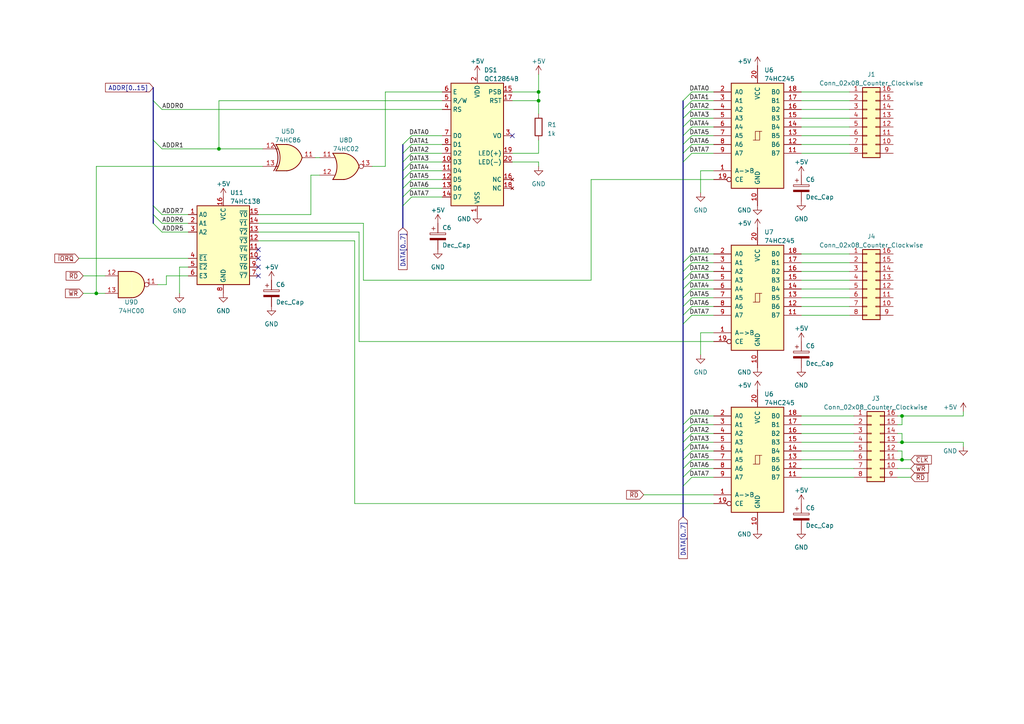
<source format=kicad_sch>
(kicad_sch (version 20230121) (generator eeschema)
  (paper "A4")
  (lib_symbols
    (symbol "74xx:74HC00" (pin_names (offset 1.016))
      (property "Reference" "U" (at 0 1.27 0))
      (property "Value" "74HC00" (at 0 -1.27 0))
      (symbol "74HC00_1_1"
        (arc (start 0 -3.81) (mid 3.7934 0) (end 0 3.81) (stroke (width 0.254)) (fill (type background)))
        (polyline (pts (xy 0 3.81) (xy -3.81 3.81) (xy -3.81 -3.81) (xy 0 -3.81)) (stroke (width 0.254)) (fill (type background)))
        (pin input line (at -7.62 2.54 0) (length 3.81) (name "~") (number "1"))
        (pin input line (at -7.62 -2.54 0) (length 3.81) (name "~") (number "2"))
        (pin output inverted (at 7.62 0 180) (length 3.81) (name "~") (number "3"))
      )
      (symbol "74HC00_1_2"
        (arc (start -3.81 -3.81) (mid -2.589 0) (end -3.81 3.81) (stroke (width 0.254)))
        (arc (start -0.6096 -3.81) (mid 2.1842 -2.5851) (end 3.81 0) (stroke (width 0.254)) (fill (type background)))
        (polyline (pts (xy -3.81 -3.81) (xy -0.635 -3.81)) (stroke (width 0.254)) (fill (type background)))
        (polyline (pts (xy -3.81 3.81) (xy -0.635 3.81)) (stroke (width 0.254)) (fill (type background)))
        (polyline (pts (xy -0.635 3.81) (xy -3.81 3.81) (xy -3.81 3.81) (xy -3.556 3.4036) (xy -3.0226 2.2606) (xy -2.6924 1.0414) (xy -2.6162 -0.254) (xy -2.7686 -1.4986) (xy -3.175 -2.7178) (xy -3.81 -3.81) (xy -3.81 -3.81) (xy -0.635 -3.81)) (stroke (width -25.4)) (fill (type background)))
        (arc (start 3.81 0) (mid 2.1915 2.5936) (end -0.6096 3.81) (stroke (width 0.254)) (fill (type background)))
        (pin input inverted (at -7.62 2.54 0) (length 4.318) (name "~") (number "1"))
        (pin input inverted (at -7.62 -2.54 0) (length 4.318) (name "~") (number "2"))
        (pin output line (at 7.62 0 180) (length 3.81) (name "~") (number "3"))
      )
      (symbol "74HC00_2_1"
        (arc (start 0 -3.81) (mid 3.7934 0) (end 0 3.81) (stroke (width 0.254)) (fill (type background)))
        (polyline (pts (xy 0 3.81) (xy -3.81 3.81) (xy -3.81 -3.81) (xy 0 -3.81)) (stroke (width 0.254)) (fill (type background)))
        (pin input line (at -7.62 2.54 0) (length 3.81) (name "~") (number "4"))
        (pin input line (at -7.62 -2.54 0) (length 3.81) (name "~") (number "5"))
        (pin output inverted (at 7.62 0 180) (length 3.81) (name "~") (number "6"))
      )
      (symbol "74HC00_2_2"
        (arc (start -3.81 -3.81) (mid -2.589 0) (end -3.81 3.81) (stroke (width 0.254)))
        (arc (start -0.6096 -3.81) (mid 2.1842 -2.5851) (end 3.81 0) (stroke (width 0.254)) (fill (type background)))
        (polyline (pts (xy -3.81 -3.81) (xy -0.635 -3.81)) (stroke (width 0.254)) (fill (type background)))
        (polyline (pts (xy -3.81 3.81) (xy -0.635 3.81)) (stroke (width 0.254)) (fill (type background)))
        (polyline (pts (xy -0.635 3.81) (xy -3.81 3.81) (xy -3.81 3.81) (xy -3.556 3.4036) (xy -3.0226 2.2606) (xy -2.6924 1.0414) (xy -2.6162 -0.254) (xy -2.7686 -1.4986) (xy -3.175 -2.7178) (xy -3.81 -3.81) (xy -3.81 -3.81) (xy -0.635 -3.81)) (stroke (width -25.4)) (fill (type background)))
        (arc (start 3.81 0) (mid 2.1915 2.5936) (end -0.6096 3.81) (stroke (width 0.254)) (fill (type background)))
        (pin input inverted (at -7.62 2.54 0) (length 4.318) (name "~") (number "4"))
        (pin input inverted (at -7.62 -2.54 0) (length 4.318) (name "~") (number "5"))
        (pin output line (at 7.62 0 180) (length 3.81) (name "~") (number "6"))
      )
      (symbol "74HC00_3_1"
        (arc (start 0 -3.81) (mid 3.7934 0) (end 0 3.81) (stroke (width 0.254)) (fill (type background)))
        (polyline (pts (xy 0 3.81) (xy -3.81 3.81) (xy -3.81 -3.81) (xy 0 -3.81)) (stroke (width 0.254)) (fill (type background)))
        (pin input line (at -7.62 -2.54 0) (length 3.81) (name "~") (number "10"))
        (pin output inverted (at 7.62 0 180) (length 3.81) (name "~") (number "8"))
        (pin input line (at -7.62 2.54 0) (length 3.81) (name "~") (number "9"))
      )
      (symbol "74HC00_3_2"
        (arc (start -3.81 -3.81) (mid -2.589 0) (end -3.81 3.81) (stroke (width 0.254)))
        (arc (start -0.6096 -3.81) (mid 2.1842 -2.5851) (end 3.81 0) (stroke (width 0.254)) (fill (type background)))
        (polyline (pts (xy -3.81 -3.81) (xy -0.635 -3.81)) (stroke (width 0.254)) (fill (type background)))
        (polyline (pts (xy -3.81 3.81) (xy -0.635 3.81)) (stroke (width 0.254)) (fill (type background)))
        (polyline (pts (xy -0.635 3.81) (xy -3.81 3.81) (xy -3.81 3.81) (xy -3.556 3.4036) (xy -3.0226 2.2606) (xy -2.6924 1.0414) (xy -2.6162 -0.254) (xy -2.7686 -1.4986) (xy -3.175 -2.7178) (xy -3.81 -3.81) (xy -3.81 -3.81) (xy -0.635 -3.81)) (stroke (width -25.4)) (fill (type background)))
        (arc (start 3.81 0) (mid 2.1915 2.5936) (end -0.6096 3.81) (stroke (width 0.254)) (fill (type background)))
        (pin input inverted (at -7.62 -2.54 0) (length 4.318) (name "~") (number "10"))
        (pin output line (at 7.62 0 180) (length 3.81) (name "~") (number "8"))
        (pin input inverted (at -7.62 2.54 0) (length 4.318) (name "~") (number "9"))
      )
      (symbol "74HC00_4_1"
        (arc (start 0 -3.81) (mid 3.7934 0) (end 0 3.81) (stroke (width 0.254)) (fill (type background)))
        (polyline (pts (xy 0 3.81) (xy -3.81 3.81) (xy -3.81 -3.81) (xy 0 -3.81)) (stroke (width 0.254)) (fill (type background)))
        (pin output inverted (at 7.62 0 180) (length 3.81) (name "~") (number "11"))
        (pin input line (at -7.62 2.54 0) (length 3.81) (name "~") (number "12"))
        (pin input line (at -7.62 -2.54 0) (length 3.81) (name "~") (number "13"))
      )
      (symbol "74HC00_4_2"
        (arc (start -3.81 -3.81) (mid -2.589 0) (end -3.81 3.81) (stroke (width 0.254)))
        (arc (start -0.6096 -3.81) (mid 2.1842 -2.5851) (end 3.81 0) (stroke (width 0.254)) (fill (type background)))
        (polyline (pts (xy -3.81 -3.81) (xy -0.635 -3.81)) (stroke (width 0.254)) (fill (type background)))
        (polyline (pts (xy -3.81 3.81) (xy -0.635 3.81)) (stroke (width 0.254)) (fill (type background)))
        (polyline (pts (xy -0.635 3.81) (xy -3.81 3.81) (xy -3.81 3.81) (xy -3.556 3.4036) (xy -3.0226 2.2606) (xy -2.6924 1.0414) (xy -2.6162 -0.254) (xy -2.7686 -1.4986) (xy -3.175 -2.7178) (xy -3.81 -3.81) (xy -3.81 -3.81) (xy -0.635 -3.81)) (stroke (width -25.4)) (fill (type background)))
        (arc (start 3.81 0) (mid 2.1915 2.5936) (end -0.6096 3.81) (stroke (width 0.254)) (fill (type background)))
        (pin output line (at 7.62 0 180) (length 3.81) (name "~") (number "11"))
        (pin input inverted (at -7.62 2.54 0) (length 4.318) (name "~") (number "12"))
        (pin input inverted (at -7.62 -2.54 0) (length 4.318) (name "~") (number "13"))
      )
      (symbol "74HC00_5_0"
        (pin power_in line (at 0 12.7 270) (length 5.08) (name "VCC") (number "14"))
        (pin power_in line (at 0 -12.7 90) (length 5.08) (name "GND") (number "7"))
      )
      (symbol "74HC00_5_1"
        (rectangle (start -5.08 7.62) (end 5.08 -7.62) (stroke (width 0.254)) (fill (type background)))
      )
    )
    (symbol "74xx:74HC02" (pin_names (offset 1.016))
      (property "Reference" "U" (at 0 1.27 0))
      (property "Value" "74HC02" (at 0 -1.27 0))
      (symbol "74HC02_1_1"
        (arc (start -3.81 -3.81) (mid -2.589 0) (end -3.81 3.81) (stroke (width 0.254)))
        (arc (start -0.6096 -3.81) (mid 2.1842 -2.5851) (end 3.81 0) (stroke (width 0.254)) (fill (type background)))
        (polyline (pts (xy -3.81 -3.81) (xy -0.635 -3.81)) (stroke (width 0.254)) (fill (type background)))
        (polyline (pts (xy -3.81 3.81) (xy -0.635 3.81)) (stroke (width 0.254)) (fill (type background)))
        (polyline (pts (xy -0.635 3.81) (xy -3.81 3.81) (xy -3.81 3.81) (xy -3.556 3.4036) (xy -3.0226 2.2606) (xy -2.6924 1.0414) (xy -2.6162 -0.254) (xy -2.7686 -1.4986) (xy -3.175 -2.7178) (xy -3.81 -3.81) (xy -3.81 -3.81) (xy -0.635 -3.81)) (stroke (width -25.4)) (fill (type background)))
        (arc (start 3.81 0) (mid 2.1915 2.5936) (end -0.6096 3.81) (stroke (width 0.254)) (fill (type background)))
        (pin output inverted (at 7.62 0 180) (length 3.81) (name "~") (number "1"))
        (pin input line (at -7.62 2.54 0) (length 4.318) (name "~") (number "2"))
        (pin input line (at -7.62 -2.54 0) (length 4.318) (name "~") (number "3"))
      )
      (symbol "74HC02_1_2"
        (arc (start 0 -3.81) (mid 3.7934 0) (end 0 3.81) (stroke (width 0.254)) (fill (type background)))
        (polyline (pts (xy 0 3.81) (xy -3.81 3.81) (xy -3.81 -3.81) (xy 0 -3.81)) (stroke (width 0.254)) (fill (type background)))
        (pin output line (at 7.62 0 180) (length 3.81) (name "~") (number "1"))
        (pin input inverted (at -7.62 2.54 0) (length 3.81) (name "~") (number "2"))
        (pin input inverted (at -7.62 -2.54 0) (length 3.81) (name "~") (number "3"))
      )
      (symbol "74HC02_2_1"
        (arc (start -3.81 -3.81) (mid -2.589 0) (end -3.81 3.81) (stroke (width 0.254)))
        (arc (start -0.6096 -3.81) (mid 2.1842 -2.5851) (end 3.81 0) (stroke (width 0.254)) (fill (type background)))
        (polyline (pts (xy -3.81 -3.81) (xy -0.635 -3.81)) (stroke (width 0.254)) (fill (type background)))
        (polyline (pts (xy -3.81 3.81) (xy -0.635 3.81)) (stroke (width 0.254)) (fill (type background)))
        (polyline (pts (xy -0.635 3.81) (xy -3.81 3.81) (xy -3.81 3.81) (xy -3.556 3.4036) (xy -3.0226 2.2606) (xy -2.6924 1.0414) (xy -2.6162 -0.254) (xy -2.7686 -1.4986) (xy -3.175 -2.7178) (xy -3.81 -3.81) (xy -3.81 -3.81) (xy -0.635 -3.81)) (stroke (width -25.4)) (fill (type background)))
        (arc (start 3.81 0) (mid 2.1915 2.5936) (end -0.6096 3.81) (stroke (width 0.254)) (fill (type background)))
        (pin output inverted (at 7.62 0 180) (length 3.81) (name "~") (number "4"))
        (pin input line (at -7.62 2.54 0) (length 4.318) (name "~") (number "5"))
        (pin input line (at -7.62 -2.54 0) (length 4.318) (name "~") (number "6"))
      )
      (symbol "74HC02_2_2"
        (arc (start 0 -3.81) (mid 3.7934 0) (end 0 3.81) (stroke (width 0.254)) (fill (type background)))
        (polyline (pts (xy 0 3.81) (xy -3.81 3.81) (xy -3.81 -3.81) (xy 0 -3.81)) (stroke (width 0.254)) (fill (type background)))
        (pin output line (at 7.62 0 180) (length 3.81) (name "~") (number "4"))
        (pin input inverted (at -7.62 2.54 0) (length 3.81) (name "~") (number "5"))
        (pin input inverted (at -7.62 -2.54 0) (length 3.81) (name "~") (number "6"))
      )
      (symbol "74HC02_3_1"
        (arc (start -3.81 -3.81) (mid -2.589 0) (end -3.81 3.81) (stroke (width 0.254)))
        (arc (start -0.6096 -3.81) (mid 2.1842 -2.5851) (end 3.81 0) (stroke (width 0.254)) (fill (type background)))
        (polyline (pts (xy -3.81 -3.81) (xy -0.635 -3.81)) (stroke (width 0.254)) (fill (type background)))
        (polyline (pts (xy -3.81 3.81) (xy -0.635 3.81)) (stroke (width 0.254)) (fill (type background)))
        (polyline (pts (xy -0.635 3.81) (xy -3.81 3.81) (xy -3.81 3.81) (xy -3.556 3.4036) (xy -3.0226 2.2606) (xy -2.6924 1.0414) (xy -2.6162 -0.254) (xy -2.7686 -1.4986) (xy -3.175 -2.7178) (xy -3.81 -3.81) (xy -3.81 -3.81) (xy -0.635 -3.81)) (stroke (width -25.4)) (fill (type background)))
        (arc (start 3.81 0) (mid 2.1915 2.5936) (end -0.6096 3.81) (stroke (width 0.254)) (fill (type background)))
        (pin output inverted (at 7.62 0 180) (length 3.81) (name "~") (number "10"))
        (pin input line (at -7.62 2.54 0) (length 4.318) (name "~") (number "8"))
        (pin input line (at -7.62 -2.54 0) (length 4.318) (name "~") (number "9"))
      )
      (symbol "74HC02_3_2"
        (arc (start 0 -3.81) (mid 3.7934 0) (end 0 3.81) (stroke (width 0.254)) (fill (type background)))
        (polyline (pts (xy 0 3.81) (xy -3.81 3.81) (xy -3.81 -3.81) (xy 0 -3.81)) (stroke (width 0.254)) (fill (type background)))
        (pin output line (at 7.62 0 180) (length 3.81) (name "~") (number "10"))
        (pin input inverted (at -7.62 2.54 0) (length 3.81) (name "~") (number "8"))
        (pin input inverted (at -7.62 -2.54 0) (length 3.81) (name "~") (number "9"))
      )
      (symbol "74HC02_4_1"
        (arc (start -3.81 -3.81) (mid -2.589 0) (end -3.81 3.81) (stroke (width 0.254)))
        (arc (start -0.6096 -3.81) (mid 2.1842 -2.5851) (end 3.81 0) (stroke (width 0.254)) (fill (type background)))
        (polyline (pts (xy -3.81 -3.81) (xy -0.635 -3.81)) (stroke (width 0.254)) (fill (type background)))
        (polyline (pts (xy -3.81 3.81) (xy -0.635 3.81)) (stroke (width 0.254)) (fill (type background)))
        (polyline (pts (xy -0.635 3.81) (xy -3.81 3.81) (xy -3.81 3.81) (xy -3.556 3.4036) (xy -3.0226 2.2606) (xy -2.6924 1.0414) (xy -2.6162 -0.254) (xy -2.7686 -1.4986) (xy -3.175 -2.7178) (xy -3.81 -3.81) (xy -3.81 -3.81) (xy -0.635 -3.81)) (stroke (width -25.4)) (fill (type background)))
        (arc (start 3.81 0) (mid 2.1915 2.5936) (end -0.6096 3.81) (stroke (width 0.254)) (fill (type background)))
        (pin input line (at -7.62 2.54 0) (length 4.318) (name "~") (number "11"))
        (pin input line (at -7.62 -2.54 0) (length 4.318) (name "~") (number "12"))
        (pin output inverted (at 7.62 0 180) (length 3.81) (name "~") (number "13"))
      )
      (symbol "74HC02_4_2"
        (arc (start 0 -3.81) (mid 3.7934 0) (end 0 3.81) (stroke (width 0.254)) (fill (type background)))
        (polyline (pts (xy 0 3.81) (xy -3.81 3.81) (xy -3.81 -3.81) (xy 0 -3.81)) (stroke (width 0.254)) (fill (type background)))
        (pin input inverted (at -7.62 2.54 0) (length 3.81) (name "~") (number "11"))
        (pin input inverted (at -7.62 -2.54 0) (length 3.81) (name "~") (number "12"))
        (pin output line (at 7.62 0 180) (length 3.81) (name "~") (number "13"))
      )
      (symbol "74HC02_5_0"
        (pin power_in line (at 0 12.7 270) (length 5.08) (name "VCC") (number "14"))
        (pin power_in line (at 0 -12.7 90) (length 5.08) (name "GND") (number "7"))
      )
      (symbol "74HC02_5_1"
        (rectangle (start -5.08 7.62) (end 5.08 -7.62) (stroke (width 0.254)) (fill (type background)))
      )
    )
    (symbol "74xx:74HC245" (pin_names (offset 1.016))
      (property "Reference" "U" (at -7.62 16.51 0))
      (property "Value" "74HC245" (at -7.62 -16.51 0))
      (symbol "74HC245_1_0"
        (polyline (pts (xy -0.635 -1.27) (xy -0.635 1.27) (xy 0.635 1.27)))
        (polyline (pts (xy -1.27 -1.27) (xy 0.635 -1.27) (xy 0.635 1.27) (xy 1.27 1.27)))
        (pin input line (at -12.7 -10.16 0) (length 5.08) (name "A->B") (number "1"))
        (pin power_in line (at 0 -20.32 90) (length 5.08) (name "GND") (number "10"))
        (pin tri_state line (at 12.7 -5.08 180) (length 5.08) (name "B7") (number "11"))
        (pin tri_state line (at 12.7 -2.54 180) (length 5.08) (name "B6") (number "12"))
        (pin tri_state line (at 12.7 0 180) (length 5.08) (name "B5") (number "13"))
        (pin tri_state line (at 12.7 2.54 180) (length 5.08) (name "B4") (number "14"))
        (pin tri_state line (at 12.7 5.08 180) (length 5.08) (name "B3") (number "15"))
        (pin tri_state line (at 12.7 7.62 180) (length 5.08) (name "B2") (number "16"))
        (pin tri_state line (at 12.7 10.16 180) (length 5.08) (name "B1") (number "17"))
        (pin tri_state line (at 12.7 12.7 180) (length 5.08) (name "B0") (number "18"))
        (pin input inverted (at -12.7 -12.7 0) (length 5.08) (name "CE") (number "19"))
        (pin tri_state line (at -12.7 12.7 0) (length 5.08) (name "A0") (number "2"))
        (pin power_in line (at 0 20.32 270) (length 5.08) (name "VCC") (number "20"))
        (pin tri_state line (at -12.7 10.16 0) (length 5.08) (name "A1") (number "3"))
        (pin tri_state line (at -12.7 7.62 0) (length 5.08) (name "A2") (number "4"))
        (pin tri_state line (at -12.7 5.08 0) (length 5.08) (name "A3") (number "5"))
        (pin tri_state line (at -12.7 2.54 0) (length 5.08) (name "A4") (number "6"))
        (pin tri_state line (at -12.7 0 0) (length 5.08) (name "A5") (number "7"))
        (pin tri_state line (at -12.7 -2.54 0) (length 5.08) (name "A6") (number "8"))
        (pin tri_state line (at -12.7 -5.08 0) (length 5.08) (name "A7") (number "9"))
      )
      (symbol "74HC245_1_1"
        (rectangle (start -7.62 15.24) (end 7.62 -15.24) (stroke (width 0.254)) (fill (type background)))
      )
    )
    (symbol "74xx:74HC86" (pin_names (offset 1.016))
      (property "Reference" "U" (at 0 1.27 0))
      (property "Value" "74HC86" (at 0 -1.27 0))
      (symbol "74HC86_1_0"
        (arc (start -4.4196 -3.81) (mid -3.2033 0) (end -4.4196 3.81) (stroke (width 0.254)))
        (arc (start -3.81 -3.81) (mid -2.589 0) (end -3.81 3.81) (stroke (width 0.254)))
        (arc (start -0.6096 -3.81) (mid 2.1842 -2.5851) (end 3.81 0) (stroke (width 0.254)) (fill (type background)))
        (polyline (pts (xy -3.81 -3.81) (xy -0.635 -3.81)) (stroke (width 0.254)) (fill (type background)))
        (polyline (pts (xy -3.81 3.81) (xy -0.635 3.81)) (stroke (width 0.254)) (fill (type background)))
        (polyline (pts (xy -0.635 3.81) (xy -3.81 3.81) (xy -3.81 3.81) (xy -3.556 3.4036) (xy -3.0226 2.2606) (xy -2.6924 1.0414) (xy -2.6162 -0.254) (xy -2.7686 -1.4986) (xy -3.175 -2.7178) (xy -3.81 -3.81) (xy -3.81 -3.81) (xy -0.635 -3.81)) (stroke (width -25.4)) (fill (type background)))
        (arc (start 3.81 0) (mid 2.1915 2.5936) (end -0.6096 3.81) (stroke (width 0.254)) (fill (type background)))
        (pin input line (at -7.62 2.54 0) (length 4.445) (name "~") (number "1"))
        (pin input line (at -7.62 -2.54 0) (length 4.445) (name "~") (number "2"))
        (pin output line (at 7.62 0 180) (length 3.81) (name "~") (number "3"))
      )
      (symbol "74HC86_1_1"
        (polyline (pts (xy -3.81 -2.54) (xy -3.175 -2.54)) (stroke (width 0.1524)))
        (polyline (pts (xy -3.81 2.54) (xy -3.175 2.54)) (stroke (width 0.1524)))
      )
      (symbol "74HC86_2_0"
        (arc (start -4.4196 -3.81) (mid -3.2033 0) (end -4.4196 3.81) (stroke (width 0.254)))
        (arc (start -3.81 -3.81) (mid -2.589 0) (end -3.81 3.81) (stroke (width 0.254)))
        (arc (start -0.6096 -3.81) (mid 2.1842 -2.5851) (end 3.81 0) (stroke (width 0.254)) (fill (type background)))
        (polyline (pts (xy -3.81 -3.81) (xy -0.635 -3.81)) (stroke (width 0.254)) (fill (type background)))
        (polyline (pts (xy -3.81 3.81) (xy -0.635 3.81)) (stroke (width 0.254)) (fill (type background)))
        (polyline (pts (xy -0.635 3.81) (xy -3.81 3.81) (xy -3.81 3.81) (xy -3.556 3.4036) (xy -3.0226 2.2606) (xy -2.6924 1.0414) (xy -2.6162 -0.254) (xy -2.7686 -1.4986) (xy -3.175 -2.7178) (xy -3.81 -3.81) (xy -3.81 -3.81) (xy -0.635 -3.81)) (stroke (width -25.4)) (fill (type background)))
        (arc (start 3.81 0) (mid 2.1915 2.5936) (end -0.6096 3.81) (stroke (width 0.254)) (fill (type background)))
        (pin input line (at -7.62 2.54 0) (length 4.445) (name "~") (number "4"))
        (pin input line (at -7.62 -2.54 0) (length 4.445) (name "~") (number "5"))
        (pin output line (at 7.62 0 180) (length 3.81) (name "~") (number "6"))
      )
      (symbol "74HC86_2_1"
        (polyline (pts (xy -3.81 -2.54) (xy -3.175 -2.54)) (stroke (width 0.1524)))
        (polyline (pts (xy -3.81 2.54) (xy -3.175 2.54)) (stroke (width 0.1524)))
      )
      (symbol "74HC86_3_0"
        (arc (start -4.4196 -3.81) (mid -3.2033 0) (end -4.4196 3.81) (stroke (width 0.254)))
        (arc (start -3.81 -3.81) (mid -2.589 0) (end -3.81 3.81) (stroke (width 0.254)))
        (arc (start -0.6096 -3.81) (mid 2.1842 -2.5851) (end 3.81 0) (stroke (width 0.254)) (fill (type background)))
        (polyline (pts (xy -3.81 -3.81) (xy -0.635 -3.81)) (stroke (width 0.254)) (fill (type background)))
        (polyline (pts (xy -3.81 3.81) (xy -0.635 3.81)) (stroke (width 0.254)) (fill (type background)))
        (polyline (pts (xy -0.635 3.81) (xy -3.81 3.81) (xy -3.81 3.81) (xy -3.556 3.4036) (xy -3.0226 2.2606) (xy -2.6924 1.0414) (xy -2.6162 -0.254) (xy -2.7686 -1.4986) (xy -3.175 -2.7178) (xy -3.81 -3.81) (xy -3.81 -3.81) (xy -0.635 -3.81)) (stroke (width -25.4)) (fill (type background)))
        (arc (start 3.81 0) (mid 2.1915 2.5936) (end -0.6096 3.81) (stroke (width 0.254)) (fill (type background)))
        (pin input line (at -7.62 -2.54 0) (length 4.445) (name "~") (number "10"))
        (pin output line (at 7.62 0 180) (length 3.81) (name "~") (number "8"))
        (pin input line (at -7.62 2.54 0) (length 4.445) (name "~") (number "9"))
      )
      (symbol "74HC86_3_1"
        (polyline (pts (xy -3.81 -2.54) (xy -3.175 -2.54)) (stroke (width 0.1524)))
        (polyline (pts (xy -3.81 2.54) (xy -3.175 2.54)) (stroke (width 0.1524)))
      )
      (symbol "74HC86_4_0"
        (arc (start -4.4196 -3.81) (mid -3.2033 0) (end -4.4196 3.81) (stroke (width 0.254)))
        (arc (start -3.81 -3.81) (mid -2.589 0) (end -3.81 3.81) (stroke (width 0.254)))
        (arc (start -0.6096 -3.81) (mid 2.1842 -2.5851) (end 3.81 0) (stroke (width 0.254)) (fill (type background)))
        (polyline (pts (xy -3.81 -3.81) (xy -0.635 -3.81)) (stroke (width 0.254)) (fill (type background)))
        (polyline (pts (xy -3.81 3.81) (xy -0.635 3.81)) (stroke (width 0.254)) (fill (type background)))
        (polyline (pts (xy -0.635 3.81) (xy -3.81 3.81) (xy -3.81 3.81) (xy -3.556 3.4036) (xy -3.0226 2.2606) (xy -2.6924 1.0414) (xy -2.6162 -0.254) (xy -2.7686 -1.4986) (xy -3.175 -2.7178) (xy -3.81 -3.81) (xy -3.81 -3.81) (xy -0.635 -3.81)) (stroke (width -25.4)) (fill (type background)))
        (arc (start 3.81 0) (mid 2.1915 2.5936) (end -0.6096 3.81) (stroke (width 0.254)) (fill (type background)))
        (pin output line (at 7.62 0 180) (length 3.81) (name "~") (number "11"))
        (pin input line (at -7.62 2.54 0) (length 4.445) (name "~") (number "12"))
        (pin input line (at -7.62 -2.54 0) (length 4.445) (name "~") (number "13"))
      )
      (symbol "74HC86_4_1"
        (polyline (pts (xy -3.81 -2.54) (xy -3.175 -2.54)) (stroke (width 0.1524)))
        (polyline (pts (xy -3.81 2.54) (xy -3.175 2.54)) (stroke (width 0.1524)))
      )
      (symbol "74HC86_5_0"
        (pin power_in line (at 0 12.7 270) (length 5.08) (name "VCC") (number "14"))
        (pin power_in line (at 0 -12.7 90) (length 5.08) (name "GND") (number "7"))
      )
      (symbol "74HC86_5_1"
        (rectangle (start -5.08 7.62) (end 5.08 -7.62) (stroke (width 0.254)) (fill (type background)))
      )
    )
    (symbol "Connector_Generic:Conn_02x08_Counter_Clockwise" (pin_names (offset 1.016) hide)
      (property "Reference" "J" (at 1.27 10.16 0))
      (property "Value" "Conn_02x08_Counter_Clockwise" (at 1.27 -12.7 0))
      (symbol "Conn_02x08_Counter_Clockwise_1_1"
        (rectangle (start -1.27 -10.033) (end 0 -10.287) (stroke (width 0.1524)))
        (rectangle (start -1.27 -7.493) (end 0 -7.747) (stroke (width 0.1524)))
        (rectangle (start -1.27 -4.953) (end 0 -5.207) (stroke (width 0.1524)))
        (rectangle (start -1.27 -2.413) (end 0 -2.667) (stroke (width 0.1524)))
        (rectangle (start -1.27 0.127) (end 0 -0.127) (stroke (width 0.1524)))
        (rectangle (start -1.27 2.667) (end 0 2.413) (stroke (width 0.1524)))
        (rectangle (start -1.27 5.207) (end 0 4.953) (stroke (width 0.1524)))
        (rectangle (start -1.27 7.747) (end 0 7.493) (stroke (width 0.1524)))
        (rectangle (start -1.27 8.89) (end 3.81 -11.43) (stroke (width 0.254)) (fill (type background)))
        (rectangle (start 3.81 -10.033) (end 2.54 -10.287) (stroke (width 0.1524)))
        (rectangle (start 3.81 -7.493) (end 2.54 -7.747) (stroke (width 0.1524)))
        (rectangle (start 3.81 -4.953) (end 2.54 -5.207) (stroke (width 0.1524)))
        (rectangle (start 3.81 -2.413) (end 2.54 -2.667) (stroke (width 0.1524)))
        (rectangle (start 3.81 0.127) (end 2.54 -0.127) (stroke (width 0.1524)))
        (rectangle (start 3.81 2.667) (end 2.54 2.413) (stroke (width 0.1524)))
        (rectangle (start 3.81 5.207) (end 2.54 4.953) (stroke (width 0.1524)))
        (rectangle (start 3.81 7.747) (end 2.54 7.493) (stroke (width 0.1524)))
        (pin passive line (at -5.08 7.62 0) (length 3.81) (name "Pin_1") (number "1"))
        (pin passive line (at 7.62 -7.62 180) (length 3.81) (name "Pin_10") (number "10"))
        (pin passive line (at 7.62 -5.08 180) (length 3.81) (name "Pin_11") (number "11"))
        (pin passive line (at 7.62 -2.54 180) (length 3.81) (name "Pin_12") (number "12"))
        (pin passive line (at 7.62 0 180) (length 3.81) (name "Pin_13") (number "13"))
        (pin passive line (at 7.62 2.54 180) (length 3.81) (name "Pin_14") (number "14"))
        (pin passive line (at 7.62 5.08 180) (length 3.81) (name "Pin_15") (number "15"))
        (pin passive line (at 7.62 7.62 180) (length 3.81) (name "Pin_16") (number "16"))
        (pin passive line (at -5.08 5.08 0) (length 3.81) (name "Pin_2") (number "2"))
        (pin passive line (at -5.08 2.54 0) (length 3.81) (name "Pin_3") (number "3"))
        (pin passive line (at -5.08 0 0) (length 3.81) (name "Pin_4") (number "4"))
        (pin passive line (at -5.08 -2.54 0) (length 3.81) (name "Pin_5") (number "5"))
        (pin passive line (at -5.08 -5.08 0) (length 3.81) (name "Pin_6") (number "6"))
        (pin passive line (at -5.08 -7.62 0) (length 3.81) (name "Pin_7") (number "7"))
        (pin passive line (at -5.08 -10.16 0) (length 3.81) (name "Pin_8") (number "8"))
        (pin passive line (at 7.62 -10.16 180) (length 3.81) (name "Pin_9") (number "9"))
      )
    )
    (symbol "power:+5V" (power) (pin_names (offset 0))
      (property "Value" "+5V" (at 0 3.556 0))
      (symbol "+5V_0_1"
        (polyline (pts (xy -0.762 1.27) (xy 0 2.54)))
        (polyline (pts (xy 0 0) (xy 0 2.54)))
        (polyline (pts (xy 0 2.54) (xy 0.762 1.27)))
      )
      (symbol "+5V_1_1"
        (pin power_in line (at 0 0 90) (length 0) hide (name "+5V") (number "1"))
      )
    )
    (symbol "power:GND" (power) (pin_names (offset 0))
      (property "Value" "GND" (at 0 -3.81 0))
      (symbol "GND_0_1"
        (polyline (pts (xy 0 0) (xy 0 -1.27) (xy 1.27 -1.27) (xy 0 -2.54) (xy -1.27 -1.27) (xy 0 -1.27)))
      )
      (symbol "GND_1_1"
        (pin power_in line (at 0 0 270) (length 0) hide (name "GND") (number "1"))
      )
    )
    (symbol "z80mgc:74HC138"
      (property "Reference" "U" (at -7.62 13.97 0))
      (property "Value" "74HC138" (at 2.54 -11.43 0))
      (symbol "74HC138_0_1"
        (rectangle (start -7.62 12.7) (end 7.62 -10.16) (stroke (width 0.254)) (fill (type background)))
      )
      (symbol "74HC138_1_1"
        (pin input line (at -10.16 10.16 0) (length 2.54) (name "A0") (number "1"))
        (pin output line (at 10.16 -2.54 180) (length 2.54) (name "~{Y5}") (number "10"))
        (pin output line (at 10.16 0 180) (length 2.54) (name "~{Y4}") (number "11"))
        (pin output line (at 10.16 2.54 180) (length 2.54) (name "~{Y3}") (number "12"))
        (pin output line (at 10.16 5.08 180) (length 2.54) (name "~{Y2}") (number "13"))
        (pin output line (at 10.16 7.62 180) (length 2.54) (name "~{Y1}") (number "14"))
        (pin output line (at 10.16 10.16 180) (length 2.54) (name "~{Y0}") (number "15"))
        (pin power_in line (at 0 15.24 270) (length 2.54) (name "VCC") (number "16"))
        (pin input line (at -10.16 7.62 0) (length 2.54) (name "A1") (number "2"))
        (pin input line (at -10.16 5.08 0) (length 2.54) (name "A2") (number "3"))
        (pin input line (at -10.16 -2.54 0) (length 2.54) (name "~{E1}") (number "4"))
        (pin input line (at -10.16 -5.08 0) (length 2.54) (name "~{E2}") (number "5"))
        (pin input line (at -10.16 -7.62 0) (length 2.54) (name "E3") (number "6"))
        (pin output line (at 10.16 -7.62 180) (length 2.54) (name "~{Y7}") (number "7"))
        (pin power_in line (at 0 -12.7 90) (length 2.54) (name "GND") (number "8"))
        (pin output line (at 10.16 -5.08 180) (length 2.54) (name "~{Y6}") (number "9"))
      )
    )
    (symbol "z80mgc:Dec_Cap" (pin_numbers hide) (pin_names (offset 0.254))
      (property "Reference" "C" (at 0.635 2.54 0))
      (property "Value" "Dec_Cap" (at 0.635 -2.54 0))
      (symbol "Dec_Cap_0_1"
        (rectangle (start -2.286 -0.508) (end 2.286 -1.016) (fill (type outline)))
        (rectangle (start -2.286 0.508) (end 2.286 1.016))
        (polyline (pts (xy -1.778 2.286) (xy -0.762 2.286)))
        (polyline (pts (xy -1.27 2.794) (xy -1.27 1.778)))
      )
      (symbol "Dec_Cap_1_1"
        (pin passive line (at 0 3.81 270) (length 2.794) (name "~") (number "1"))
        (pin passive line (at 0 -3.81 90) (length 2.794) (name "~") (number "2"))
      )
    )
    (symbol "z80mgc:QC12864B"
      (property "Reference" "DS" (at -5.842 19.05 0))
      (property "Value" "QC12864B" (at 5.334 19.05 0))
      (symbol "QC12864B_1_0"
        (pin input line (at 10.16 15.24 180) (length 2.54) (name "PSB") (number "15"))
        (pin no_connect line (at 10.16 -10.16 180) (length 2.54) (name "NC") (number "16"))
        (pin input line (at 10.16 12.7 180) (length 2.54) (name "RST") (number "17"))
        (pin no_connect line (at 10.16 -12.7 180) (length 2.54) (name "NC") (number "18"))
      )
      (symbol "QC12864B_1_1"
        (rectangle (start -7.62 17.78) (end 7.62 -17.78) (stroke (width 0.254)) (fill (type background)))
        (pin power_in line (at 0 -20.32 90) (length 2.54) (name "VSS") (number "1"))
        (pin input line (at -10.16 -5.08 0) (length 2.54) (name "D3") (number "10"))
        (pin input line (at -10.16 -7.62 0) (length 2.54) (name "D4") (number "11"))
        (pin input line (at -10.16 -10.16 0) (length 2.54) (name "D5") (number "12"))
        (pin input line (at -10.16 -12.7 0) (length 2.54) (name "D6") (number "13"))
        (pin input line (at -10.16 -15.24 0) (length 2.54) (name "D7") (number "14"))
        (pin power_in line (at 10.16 -2.54 180) (length 2.54) (name "LED(+)") (number "19"))
        (pin power_in line (at 0 20.32 270) (length 2.54) (name "VDD") (number "2"))
        (pin power_in line (at 10.16 -5.08 180) (length 2.54) (name "LED(-)") (number "20"))
        (pin input line (at 10.16 2.54 180) (length 2.54) (name "VO") (number "3"))
        (pin input line (at -10.16 10.16 0) (length 2.54) (name "RS") (number "4"))
        (pin input line (at -10.16 12.7 0) (length 2.54) (name "R/W") (number "5"))
        (pin input line (at -10.16 15.24 0) (length 2.54) (name "E") (number "6"))
        (pin input line (at -10.16 2.54 0) (length 2.54) (name "D0") (number "7"))
        (pin input line (at -10.16 0 0) (length 2.54) (name "D1") (number "8"))
        (pin input line (at -10.16 -2.54 0) (length 2.54) (name "D2") (number "9"))
      )
    )
    (symbol "z80mgc:Resistor" (pin_numbers hide) (pin_names (offset 0))
      (property "Reference" "R" (at 2.032 0 90))
      (property "Value" "Resistor" (at 0 0 90))
      (symbol "Resistor_0_1"
        (rectangle (start -1.016 -2.54) (end 1.016 2.54) (stroke (width 0.254)))
      )
      (symbol "Resistor_1_1"
        (pin passive line (at 0 3.81 270) (length 1.27) (name "~") (number "1"))
        (pin passive line (at 0 -3.81 90) (length 1.27) (name "~") (number "2"))
      )
    )
  )
  (junction (at 261.62 120.65))
  (junction (at 63.5 43.18))
  (junction (at 156.21 29.21))
  (junction (at 156.21 26.67))
  (junction (at 261.62 128.27))
  (junction (at 27.94 85.09))
  (junction (at 261.62 133.35))
  (no_connect (at 74.93 80.01))
  (no_connect (at 74.93 77.47))
  (no_connect (at 74.93 74.93))
  (no_connect (at 148.59 39.37))
  (no_connect (at 74.93 72.39))
  (bus_entry (at 200.66 73.66) (size -2.54 2.54))
  (bus_entry (at 200.66 26.67) (size -2.54 2.54))
  (bus_entry (at 119.38 54.61) (size -2.54 2.54))
  (bus_entry (at 119.38 44.45) (size -2.54 2.54))
  (bus_entry (at 200.66 41.91) (size -2.54 2.54))
  (bus_entry (at 200.66 91.44) (size -2.54 2.54))
  (bus_entry (at 119.38 41.91) (size -2.54 2.54))
  (bus_entry (at 200.66 36.83) (size -2.54 2.54))
  (bus_entry (at 200.66 138.43) (size -2.54 2.54))
  (bus_entry (at 119.38 46.99) (size -2.54 2.54))
  (bus_entry (at 200.66 125.73) (size -2.54 2.54))
  (bus_entry (at 200.66 31.75) (size -2.54 2.54))
  (bus_entry (at 200.66 130.81) (size -2.54 2.54))
  (bus_entry (at 200.66 78.74) (size -2.54 2.54))
  (bus_entry (at 119.38 39.37) (size -2.54 2.54))
  (bus_entry (at 200.66 88.9) (size -2.54 2.54))
  (bus_entry (at 44.45 62.23) (size 2.54 2.54))
  (bus_entry (at 200.66 86.36) (size -2.54 2.54))
  (bus_entry (at 44.45 59.69) (size 2.54 2.54))
  (bus_entry (at 200.66 135.89) (size -2.54 2.54))
  (bus_entry (at 119.38 49.53) (size -2.54 2.54))
  (bus_entry (at 44.45 29.21) (size 2.54 2.54))
  (bus_entry (at 200.66 81.28) (size -2.54 2.54))
  (bus_entry (at 200.66 34.29) (size -2.54 2.54))
  (bus_entry (at 200.66 39.37) (size -2.54 2.54))
  (bus_entry (at 200.66 133.35) (size -2.54 2.54))
  (bus_entry (at 200.66 29.21) (size -2.54 2.54))
  (bus_entry (at 44.45 40.64) (size 2.54 2.54))
  (bus_entry (at 200.66 83.82) (size -2.54 2.54))
  (bus_entry (at 200.66 123.19) (size -2.54 2.54))
  (bus_entry (at 200.66 128.27) (size -2.54 2.54))
  (bus_entry (at 200.66 44.45) (size -2.54 2.54))
  (bus_entry (at 119.38 52.07) (size -2.54 2.54))
  (bus_entry (at 200.66 76.2) (size -2.54 2.54))
  (bus_entry (at 200.66 120.65) (size -2.54 2.54))
  (bus_entry (at 44.45 64.77) (size 2.54 2.54))
  (bus_entry (at 119.38 57.15) (size -2.54 2.54))
  (wire (pts (xy 156.21 29.21) (xy 156.21 33.02)))
  (wire (pts (xy 279.4 119.38) (xy 279.4 120.65)))
  (wire (pts (xy 203.2 49.53) (xy 203.2 55.88)))
  (bus (pts (xy 44.45 40.64) (xy 44.45 59.69)))
  (wire (pts (xy 52.07 77.47) (xy 52.07 85.09)))
  (wire (pts (xy 207.01 52.07) (xy 171.45 52.07)))
  (wire (pts (xy 186.69 143.51) (xy 207.01 143.51)))
  (wire (pts (xy 24.13 80.01) (xy 30.48 80.01)))
  (bus (pts (xy 44.45 25.4) (xy 44.45 29.21)))
  (wire (pts (xy 107.95 48.26) (xy 111.76 48.26)))
  (wire (pts (xy 128.27 46.99) (xy 119.38 46.99)))
  (wire (pts (xy 246.38 26.67) (xy 232.41 26.67)))
  (wire (pts (xy 148.59 26.67) (xy 156.21 26.67)))
  (wire (pts (xy 207.01 138.43) (xy 200.66 138.43)))
  (wire (pts (xy 261.62 128.27) (xy 279.4 128.27)))
  (bus (pts (xy 198.12 44.45) (xy 198.12 41.91)))
  (wire (pts (xy 156.21 26.67) (xy 156.21 21.59)))
  (bus (pts (xy 116.84 59.69) (xy 116.84 57.15)))
  (wire (pts (xy 128.27 44.45) (xy 119.38 44.45)))
  (wire (pts (xy 279.4 128.27) (xy 279.4 129.54)))
  (wire (pts (xy 90.17 50.8) (xy 92.71 50.8)))
  (bus (pts (xy 198.12 133.35) (xy 198.12 130.81)))
  (wire (pts (xy 246.38 91.44) (xy 232.41 91.44)))
  (wire (pts (xy 128.27 54.61) (xy 119.38 54.61)))
  (wire (pts (xy 46.99 62.23) (xy 54.61 62.23)))
  (wire (pts (xy 48.26 82.55) (xy 48.26 80.01)))
  (wire (pts (xy 207.01 99.06) (xy 104.14 99.06)))
  (wire (pts (xy 246.38 88.9) (xy 232.41 88.9)))
  (wire (pts (xy 246.38 86.36) (xy 232.41 86.36)))
  (bus (pts (xy 198.12 83.82) (xy 198.12 81.28)))
  (wire (pts (xy 261.62 130.81) (xy 261.62 133.35)))
  (wire (pts (xy 207.01 81.28) (xy 200.66 81.28)))
  (wire (pts (xy 207.01 123.19) (xy 200.66 123.19)))
  (wire (pts (xy 148.59 46.99) (xy 156.21 46.99)))
  (bus (pts (xy 198.12 91.44) (xy 198.12 88.9)))
  (wire (pts (xy 74.93 67.31) (xy 104.14 67.31)))
  (bus (pts (xy 116.84 59.69) (xy 116.84 66.04)))
  (wire (pts (xy 232.41 135.89) (xy 247.65 135.89)))
  (bus (pts (xy 198.12 128.27) (xy 198.12 125.73)))
  (bus (pts (xy 44.45 29.21) (xy 44.45 40.64)))
  (wire (pts (xy 76.2 48.26) (xy 27.94 48.26)))
  (bus (pts (xy 198.12 41.91) (xy 198.12 39.37)))
  (wire (pts (xy 261.62 120.65) (xy 279.4 120.65)))
  (wire (pts (xy 171.45 52.07) (xy 171.45 81.28)))
  (wire (pts (xy 246.38 81.28) (xy 232.41 81.28)))
  (wire (pts (xy 207.01 73.66) (xy 200.66 73.66)))
  (wire (pts (xy 156.21 46.99) (xy 156.21 48.26)))
  (wire (pts (xy 232.41 128.27) (xy 247.65 128.27)))
  (wire (pts (xy 207.01 31.75) (xy 200.66 31.75)))
  (wire (pts (xy 246.38 44.45) (xy 232.41 44.45)))
  (wire (pts (xy 128.27 49.53) (xy 119.38 49.53)))
  (wire (pts (xy 128.27 39.37) (xy 119.38 39.37)))
  (wire (pts (xy 246.38 41.91) (xy 232.41 41.91)))
  (wire (pts (xy 207.01 135.89) (xy 200.66 135.89)))
  (wire (pts (xy 63.5 29.21) (xy 63.5 43.18)))
  (wire (pts (xy 207.01 39.37) (xy 200.66 39.37)))
  (wire (pts (xy 148.59 29.21) (xy 156.21 29.21)))
  (bus (pts (xy 198.12 46.99) (xy 198.12 44.45)))
  (wire (pts (xy 246.38 73.66) (xy 232.41 73.66)))
  (wire (pts (xy 128.27 52.07) (xy 119.38 52.07)))
  (wire (pts (xy 246.38 76.2) (xy 232.41 76.2)))
  (bus (pts (xy 198.12 31.75) (xy 198.12 29.21)))
  (wire (pts (xy 207.01 26.67) (xy 200.66 26.67)))
  (wire (pts (xy 90.17 62.23) (xy 90.17 50.8)))
  (wire (pts (xy 246.38 83.82) (xy 232.41 83.82)))
  (bus (pts (xy 116.84 46.99) (xy 116.84 44.45)))
  (wire (pts (xy 74.93 62.23) (xy 90.17 62.23)))
  (bus (pts (xy 44.45 59.69) (xy 44.45 62.23)))
  (bus (pts (xy 198.12 123.19) (xy 198.12 93.98)))
  (wire (pts (xy 232.41 133.35) (xy 247.65 133.35)))
  (wire (pts (xy 260.35 138.43) (xy 264.16 138.43)))
  (wire (pts (xy 246.38 36.83) (xy 232.41 36.83)))
  (wire (pts (xy 207.01 78.74) (xy 200.66 78.74)))
  (wire (pts (xy 104.14 67.31) (xy 104.14 99.06)))
  (wire (pts (xy 232.41 130.81) (xy 247.65 130.81)))
  (bus (pts (xy 198.12 130.81) (xy 198.12 128.27)))
  (wire (pts (xy 246.38 39.37) (xy 232.41 39.37)))
  (wire (pts (xy 207.01 88.9) (xy 200.66 88.9)))
  (bus (pts (xy 198.12 93.98) (xy 198.12 91.44)))
  (wire (pts (xy 91.44 45.72) (xy 92.71 45.72)))
  (wire (pts (xy 74.93 69.85) (xy 102.87 69.85)))
  (wire (pts (xy 261.62 125.73) (xy 261.62 128.27)))
  (wire (pts (xy 46.99 67.31) (xy 54.61 67.31)))
  (wire (pts (xy 246.38 29.21) (xy 232.41 29.21)))
  (wire (pts (xy 105.41 64.77) (xy 74.93 64.77)))
  (wire (pts (xy 207.01 29.21) (xy 200.66 29.21)))
  (wire (pts (xy 260.35 120.65) (xy 261.62 120.65)))
  (wire (pts (xy 128.27 41.91) (xy 119.38 41.91)))
  (wire (pts (xy 207.01 83.82) (xy 200.66 83.82)))
  (wire (pts (xy 260.35 128.27) (xy 261.62 128.27)))
  (wire (pts (xy 246.38 34.29) (xy 232.41 34.29)))
  (bus (pts (xy 198.12 149.86) (xy 198.12 140.97)))
  (wire (pts (xy 24.13 85.09) (xy 27.94 85.09)))
  (wire (pts (xy 246.38 31.75) (xy 232.41 31.75)))
  (wire (pts (xy 203.2 96.52) (xy 203.2 102.87)))
  (wire (pts (xy 27.94 85.09) (xy 30.48 85.09)))
  (wire (pts (xy 207.01 34.29) (xy 200.66 34.29)))
  (wire (pts (xy 260.35 123.19) (xy 261.62 123.19)))
  (wire (pts (xy 232.41 120.65) (xy 247.65 120.65)))
  (wire (pts (xy 260.35 130.81) (xy 261.62 130.81)))
  (wire (pts (xy 261.62 133.35) (xy 264.16 133.35)))
  (wire (pts (xy 207.01 120.65) (xy 200.66 120.65)))
  (bus (pts (xy 198.12 88.9) (xy 198.12 86.36)))
  (bus (pts (xy 198.12 34.29) (xy 198.12 31.75)))
  (wire (pts (xy 232.41 123.19) (xy 247.65 123.19)))
  (wire (pts (xy 207.01 125.73) (xy 200.66 125.73)))
  (wire (pts (xy 232.41 125.73) (xy 247.65 125.73)))
  (wire (pts (xy 246.38 78.74) (xy 232.41 78.74)))
  (wire (pts (xy 207.01 128.27) (xy 200.66 128.27)))
  (wire (pts (xy 102.87 69.85) (xy 102.87 146.05)))
  (wire (pts (xy 207.01 133.35) (xy 200.66 133.35)))
  (bus (pts (xy 198.12 86.36) (xy 198.12 83.82)))
  (wire (pts (xy 207.01 36.83) (xy 200.66 36.83)))
  (wire (pts (xy 63.5 43.18) (xy 76.2 43.18)))
  (wire (pts (xy 48.26 80.01) (xy 54.61 80.01)))
  (wire (pts (xy 207.01 76.2) (xy 200.66 76.2)))
  (wire (pts (xy 45.72 82.55) (xy 48.26 82.55)))
  (wire (pts (xy 260.35 135.89) (xy 264.16 135.89)))
  (bus (pts (xy 198.12 140.97) (xy 198.12 138.43)))
  (wire (pts (xy 207.01 130.81) (xy 200.66 130.81)))
  (wire (pts (xy 207.01 41.91) (xy 200.66 41.91)))
  (bus (pts (xy 198.12 78.74) (xy 198.12 76.2)))
  (wire (pts (xy 128.27 57.15) (xy 119.38 57.15)))
  (wire (pts (xy 232.41 138.43) (xy 247.65 138.43)))
  (wire (pts (xy 46.99 43.18) (xy 63.5 43.18)))
  (wire (pts (xy 105.41 81.28) (xy 171.45 81.28)))
  (bus (pts (xy 116.84 49.53) (xy 116.84 46.99)))
  (bus (pts (xy 198.12 76.2) (xy 198.12 46.99)))
  (wire (pts (xy 111.76 48.26) (xy 111.76 26.67)))
  (wire (pts (xy 207.01 44.45) (xy 200.66 44.45)))
  (wire (pts (xy 22.86 74.93) (xy 54.61 74.93)))
  (bus (pts (xy 198.12 36.83) (xy 198.12 34.29)))
  (bus (pts (xy 198.12 125.73) (xy 198.12 123.19)))
  (bus (pts (xy 116.84 57.15) (xy 116.84 54.61)))
  (wire (pts (xy 111.76 26.67) (xy 128.27 26.67)))
  (wire (pts (xy 148.59 44.45) (xy 156.21 44.45)))
  (wire (pts (xy 102.87 146.05) (xy 207.01 146.05)))
  (bus (pts (xy 198.12 39.37) (xy 198.12 36.83)))
  (wire (pts (xy 156.21 29.21) (xy 156.21 26.67)))
  (bus (pts (xy 198.12 81.28) (xy 198.12 78.74)))
  (wire (pts (xy 27.94 48.26) (xy 27.94 85.09)))
  (bus (pts (xy 198.12 135.89) (xy 198.12 133.35)))
  (wire (pts (xy 207.01 96.52) (xy 203.2 96.52)))
  (wire (pts (xy 260.35 125.73) (xy 261.62 125.73)))
  (wire (pts (xy 260.35 133.35) (xy 261.62 133.35)))
  (wire (pts (xy 54.61 77.47) (xy 52.07 77.47)))
  (bus (pts (xy 116.84 54.61) (xy 116.84 52.07)))
  (wire (pts (xy 46.99 31.75) (xy 128.27 31.75)))
  (wire (pts (xy 207.01 49.53) (xy 203.2 49.53)))
  (bus (pts (xy 116.84 44.45) (xy 116.84 41.91)))
  (wire (pts (xy 261.62 123.19) (xy 261.62 120.65)))
  (wire (pts (xy 156.21 44.45) (xy 156.21 40.64)))
  (wire (pts (xy 105.41 81.28) (xy 105.41 64.77)))
  (bus (pts (xy 44.45 62.23) (xy 44.45 64.77)))
  (wire (pts (xy 46.99 64.77) (xy 54.61 64.77)))
  (wire (pts (xy 128.27 29.21) (xy 63.5 29.21)))
  (bus (pts (xy 198.12 138.43) (xy 198.12 135.89)))
  (wire (pts (xy 207.01 91.44) (xy 200.66 91.44)))
  (wire (pts (xy 207.01 86.36) (xy 200.66 86.36)))
  (bus (pts (xy 116.84 52.07) (xy 116.84 49.53)))
  (label "DATA1" (at 124.46 41.91 180))
  (label "DATA3" (at 205.74 81.28 180))
  (label "DATA5" (at 205.74 133.35 180))
  (label "DATA7" (at 205.74 138.43 180))
  (label "DATA7" (at 124.46 57.15 180))
  (label "DATA6" (at 205.74 88.9 180))
  (label "DATA4" (at 205.74 36.83 180))
  (label "DATA1" (at 205.74 123.19 180))
  (label "DATA4" (at 124.46 49.53 180))
  (label "DATA6" (at 124.46 54.61 180))
  (label "DATA3" (at 205.74 128.27 180))
  (label "DATA0" (at 205.74 73.66 180))
  (label "DATA1" (at 205.74 76.2 180))
  (label "ADDR6" (at 46.99 64.77 0))
  (label "DATA5" (at 124.46 52.07 180))
  (label "DATA7" (at 205.74 91.44 180))
  (label "DATA4" (at 205.74 83.82 180))
  (label "DATA3" (at 205.74 34.29 180))
  (label "ADDR5" (at 46.99 67.31 0))
  (label "DATA3" (at 124.46 46.99 180))
  (label "DATA6" (at 205.74 41.91 180))
  (label "DATA0" (at 124.46 39.37 180))
  (label "DATA2" (at 205.74 78.74 180))
  (label "DATA5" (at 205.74 86.36 180))
  (label "DATA6" (at 205.74 135.89 180))
  (label "DATA5" (at 205.74 39.37 180))
  (label "DATA0" (at 205.74 120.65 180))
  (label "DATA2" (at 205.74 31.75 180))
  (label "DATA0" (at 205.74 26.67 180))
  (label "DATA4" (at 205.74 130.81 180))
  (label "ADDR7" (at 46.99 62.23 0))
  (label "ADDR0" (at 46.99 31.75 0))
  (label "DATA7" (at 205.74 44.45 180))
  (label "DATA1" (at 205.74 29.21 180))
  (label "DATA2" (at 205.74 125.73 180))
  (label "ADDR1" (at 46.99 43.18 0))
  (label "DATA2" (at 124.46 44.45 180))
  (global_label "ADDR[0..15]" (shape input) (at 44.45 25.4 180) (property "Intersheetrefs" "${INTERSHEET_REFS}" (effects hide)))
  (global_label "~{WR}" (shape input) (at 24.13 85.09 180) (property "Intersheetrefs" "${INTERSHEET_REFS}" (effects hide)))
  (global_label "~{RD}" (shape input) (at 264.16 138.43 0) (property "Intersheetrefs" "${INTERSHEET_REFS}" (effects hide)))
  (global_label "~{IORQ}" (shape input) (at 22.86 74.93 180) (property "Intersheetrefs" "${INTERSHEET_REFS}" (effects hide)))
  (global_label "~{CLK}" (shape input) (at 264.16 133.35 0) (property "Intersheetrefs" "${INTERSHEET_REFS}" (effects hide)))
  (global_label "DATA[0..7]" (shape input) (at 198.12 149.86 270) (property "Intersheetrefs" "${INTERSHEET_REFS}" (effects hide)))
  (global_label "~{RD}" (shape input) (at 186.69 143.51 180) (property "Intersheetrefs" "${INTERSHEET_REFS}" (effects hide)))
  (global_label "~{WR}" (shape input) (at 264.16 135.89 0) (property "Intersheetrefs" "${INTERSHEET_REFS}" (effects hide)))
  (global_label "DATA[0..7]" (shape input) (at 116.84 66.04 270) (property "Intersheetrefs" "${INTERSHEET_REFS}" (effects hide)))
  (global_label "~{RD}" (shape input) (at 24.13 80.01 180) (property "Intersheetrefs" "${INTERSHEET_REFS}" (effects hide)))
  (symbol (lib_id "74xx:74HC02") (at 100.33 48.26 0) (unit 4)
    (property "Reference" "U8" (at 100.33 40.64 0))
    (property "Value" "74HC02" (at 100.33 43.18 0))
    (property "Footprint" "Package_DIP:DIP-14_W7.62mm_Socket_LongPads" (effects hide))
    (property "Datasheet" "http://www.ti.com/lit/gpn/sn74hc02" (effects hide))
  )
  (symbol (lib_id "power:GND") (at 64.77 85.09 0) (unit 1)
    (property "Reference" "#PWR020" (effects hide))
    (property "Value" "GND" (at 64.77 90.17 0))
  )
  (symbol (lib_id "power:+5V") (at 219.71 66.04 0) (unit 1)
    (property "Reference" "#PWR030" (effects hide))
    (property "Value" "+5V" (at 215.9 64.77 0))
  )
  (symbol (lib_id "74xx:74HC245") (at 219.71 39.37 0) (unit 1)
    (property "Reference" "U6" (at 221.6659 20.32 0) (effects (justify left)))
    (property "Value" "74HC245" (at 221.6659 22.86 0) (effects (justify left)))
    (property "Footprint" "Package_DIP:DIP-20_W7.62mm_Socket_LongPads" (effects hide))
    (property "Datasheet" "http://www.ti.com/lit/gpn/sn74HC245" (effects hide))
    (instances (project "z80mgc" (path "" (reference "U6") (unit 1)) (path "" (reference "U7") (unit 1))))
  )
  (symbol (lib_id "z80mgc:Dec_Cap") (at 232.41 102.87 0) (unit 1)
    (property "Reference" "C6" (at 233.68 100.33 0) (effects (justify left)))
    (property "Value" "Dec_Cap" (at 233.68 105.41 0) (effects (justify left)))
    (property "Footprint" "Capacitor_THT:C_Disc_D3.0mm_W1.6mm_P2.50mm" (effects hide))
    (instances (project "z80mgc" (path "" (reference "C6") (unit 1)) (path "" (reference "C14") (unit 1))))
  )
  (symbol (lib_id "Connector_Generic:Conn_02x08_Counter_Clockwise") (at 252.73 128.27 0) (unit 1)
    (property "Reference" "J3" (at 254 115.57 0))
    (property "Value" "Conn_02x08_Counter_Clockwise" (at 254 118.11 0))
    (property "Footprint" "z80mgc:PinHeader_2x08_P2.54mm_Vertical" (effects hide))
  )
  (symbol (lib_id "power:+5V") (at 138.43 21.59 0) (unit 1)
    (property "Reference" "#PWR026" (effects hide))
    (property "Value" "+5V" (at 138.43 17.78 0))
  )
  (symbol (lib_id "power:GND") (at 203.2 55.88 0) (unit 1)
    (property "Reference" "#PWR017" (effects hide))
    (property "Value" "GND" (at 203.2 60.96 0))
  )
  (symbol (lib_id "power:GND") (at 279.4 129.54 0) (unit 1)
    (property "Reference" "#PWR039" (effects hide))
    (property "Value" "GND" (at 275.59 130.81 0))
  )
  (symbol (lib_id "power:GND") (at 232.41 153.67 0) (unit 1)
    (property "Reference" "#PWR051" (effects hide))
    (property "Value" "GND" (at 232.41 158.75 0))
    (instances (project "z80mgc" (path "" (reference "#PWR051") (unit 1)) (path "" (reference "#PWR069") (unit 1))))
  )
  (symbol (lib_id "power:GND") (at 219.71 59.69 0) (unit 1)
    (property "Reference" "#PWR027" (effects hide))
    (property "Value" "GND" (at 215.9 60.96 0))
  )
  (symbol (lib_id "power:GND") (at 78.74 88.9 0) (unit 1)
    (property "Reference" "#PWR051" (effects hide))
    (property "Value" "GND" (at 78.74 93.98 0))
    (instances (project "z80mgc" (path "" (reference "#PWR051") (unit 1)) (path "" (reference "#PWR063") (unit 1))))
  )
  (symbol (lib_id "Connector_Generic:Conn_02x08_Counter_Clockwise") (at 251.46 81.28 0) (unit 1)
    (property "Reference" "J4" (at 252.73 68.58 0))
    (property "Value" "Conn_02x08_Counter_Clockwise" (at 252.73 71.12 0))
    (property "Footprint" "z80mgc:PinHeader_2x08_P2.54mm_Vertical" (effects hide))
  )
  (symbol (lib_id "power:+5V") (at 156.21 21.59 0) (unit 1)
    (property "Reference" "#PWR028" (effects hide))
    (property "Value" "+5V" (at 156.21 17.78 0))
  )
  (symbol (lib_id "power:GND") (at 156.21 48.26 0) (unit 1)
    (property "Reference" "#PWR029" (effects hide))
    (property "Value" "GND" (at 156.21 53.34 0))
  )
  (symbol (lib_id "power:GND") (at 52.07 85.09 0) (unit 1)
    (property "Reference" "#PWR024" (effects hide))
    (property "Value" "GND" (at 52.07 90.17 0))
  )
  (symbol (lib_id "power:+5V") (at 64.77 57.15 0) (unit 1)
    (property "Reference" "#PWR023" (effects hide))
    (property "Value" "+5V" (at 64.77 53.34 0))
  )
  (symbol (lib_id "74xx:74HC245") (at 219.71 133.35 0) (unit 1)
    (property "Reference" "U6" (at 221.6659 114.3 0) (effects (justify left)))
    (property "Value" "74HC245" (at 221.6659 116.84 0) (effects (justify left)))
    (property "Footprint" "Package_DIP:DIP-20_W7.62mm_Socket_LongPads" (effects hide))
    (property "Datasheet" "http://www.ti.com/lit/gpn/sn74HC245" (effects hide))
  )
  (symbol (lib_id "z80mgc:QC12864B") (at 138.43 41.91 0) (unit 1)
    (property "Reference" "DS1" (at 140.3859 20.32 0) (effects (justify left)))
    (property "Value" "QC12864B" (at 140.3859 22.86 0) (effects (justify left)))
    (property "Footprint" "z80mgc:QC12864B_Header" (effects hide))
    (property "Datasheet" "http://www.wincomlcd.com/pdf/WC1602A-SFYLYHTC06.pdf" (effects hide))
  )
  (symbol (lib_id "power:GND") (at 232.41 58.42 0) (unit 1)
    (property "Reference" "#PWR051" (effects hide))
    (property "Value" "GND" (at 232.41 63.5 0))
    (instances (project "z80mgc" (path "" (reference "#PWR051") (unit 1)) (path "" (reference "#PWR065") (unit 1))))
  )
  (symbol (lib_id "power:GND") (at 138.43 62.23 0) (unit 1)
    (property "Reference" "#PWR025" (effects hide))
    (property "Value" "GND" (at 134.62 63.5 0))
  )
  (symbol (lib_id "power:+5V") (at 127 64.77 0) (unit 1)
    (property "Reference" "#PWR050" (effects hide))
    (property "Value" "+5V" (at 127 60.96 0))
    (instances (project "z80mgc" (path "" (reference "#PWR050") (unit 1)) (path "" (reference "#PWR060") (unit 1))))
  )
  (symbol (lib_id "74xx:74HC86") (at 83.82 45.72 0) (unit 4)
    (property "Reference" "U5" (at 83.5152 38.1 0))
    (property "Value" "74HC86" (at 83.5152 40.64 0))
    (property "Footprint" "Package_DIP:DIP-14_W7.62mm_Socket_LongPads" (effects hide))
    (property "Datasheet" "http://www.ti.com/lit/gpn/sn74HC86" (effects hide))
  )
  (symbol (lib_id "z80mgc:Dec_Cap") (at 232.41 54.61 0) (unit 1)
    (property "Reference" "C6" (at 233.68 52.07 0) (effects (justify left)))
    (property "Value" "Dec_Cap" (at 233.68 57.15 0) (effects (justify left)))
    (property "Footprint" "Capacitor_THT:C_Disc_D3.0mm_W1.6mm_P2.50mm" (effects hide))
    (instances (project "z80mgc" (path "" (reference "C6") (unit 1)) (path "" (reference "C13") (unit 1))))
  )
  (symbol (lib_id "Connector_Generic:Conn_02x08_Counter_Clockwise") (at 251.46 34.29 0) (unit 1)
    (property "Reference" "J1" (at 252.73 21.59 0))
    (property "Value" "Conn_02x08_Counter_Clockwise" (at 252.73 24.13 0))
    (property "Footprint" "z80mgc:PinHeader_2x08_P2.54mm_Vertical" (effects hide))
  )
  (symbol (lib_id "power:+5V") (at 232.41 146.05 0) (unit 1)
    (property "Reference" "#PWR050" (effects hide))
    (property "Value" "+5V" (at 232.41 142.24 0))
    (instances (project "z80mgc" (path "" (reference "#PWR050") (unit 1)) (path "" (reference "#PWR068") (unit 1))))
  )
  (symbol (lib_id "z80mgc:Resistor") (at 156.21 36.83 0) (unit 1)
    (property "Reference" "R1" (at 158.75 36.195 0) (effects (justify left)))
    (property "Value" "1k" (at 158.75 38.735 0) (effects (justify left)))
    (property "Footprint" "Resistor_THT:R_Axial_DIN0207_L6.3mm_D2.5mm_P10.16mm_Horizontal" (effects hide))
  )
  (symbol (lib_id "power:GND") (at 232.41 106.68 0) (unit 1)
    (property "Reference" "#PWR051" (effects hide))
    (property "Value" "GND" (at 232.41 111.76 0))
    (instances (project "z80mgc" (path "" (reference "#PWR051") (unit 1)) (path "" (reference "#PWR067") (unit 1))))
  )
  (symbol (lib_id "power:+5V") (at 78.74 81.28 0) (unit 1)
    (property "Reference" "#PWR050" (effects hide))
    (property "Value" "+5V" (at 78.74 77.47 0))
    (instances (project "z80mgc" (path "" (reference "#PWR050") (unit 1)) (path "" (reference "#PWR062") (unit 1))))
  )
  (symbol (lib_id "z80mgc:Dec_Cap") (at 232.41 149.86 0) (unit 1)
    (property "Reference" "C6" (at 233.68 147.32 0) (effects (justify left)))
    (property "Value" "Dec_Cap" (at 233.68 152.4 0) (effects (justify left)))
    (property "Footprint" "Capacitor_THT:C_Disc_D3.0mm_W1.6mm_P2.50mm" (effects hide))
    (instances (project "z80mgc" (path "" (reference "C6") (unit 1)) (path "" (reference "C15") (unit 1))))
  )
  (symbol (lib_id "74xx:74HC245") (at 219.71 86.36 0) (unit 1)
    (property "Reference" "U7" (at 221.6659 67.31 0) (effects (justify left)))
    (property "Value" "74HC245" (at 221.6659 69.85 0) (effects (justify left)))
    (property "Footprint" "Package_DIP:DIP-20_W7.62mm_Socket_LongPads" (effects hide))
    (property "Datasheet" "http://www.ti.com/lit/gpn/sn74HC245" (effects hide))
    (instances (project "z80mgc" (path "" (reference "U7") (unit 1)) (path "" (reference "U12") (unit 1))))
  )
  (symbol (lib_id "power:GND") (at 127 72.39 0) (unit 1)
    (property "Reference" "#PWR051" (effects hide))
    (property "Value" "GND" (at 127 77.47 0))
    (instances (project "z80mgc" (path "" (reference "#PWR051") (unit 1)) (path "" (reference "#PWR061") (unit 1))))
  )
  (symbol (lib_id "74xx:74HC00") (at 38.1 82.55 0) (unit 4)
    (property "Reference" "U9" (at 38.1 87.63 0))
    (property "Value" "74HC00" (at 38.1 90.17 0))
    (property "Footprint" "Package_DIP:DIP-14_W7.62mm_Socket_LongPads" (effects hide))
    (property "Datasheet" "http://www.ti.com/lit/gpn/sn74hc00" (effects hide))
  )
  (symbol (lib_id "power:+5V") (at 219.71 113.03 0) (unit 1)
    (property "Reference" "#PWR040" (effects hide))
    (property "Value" "+5V" (at 215.9 111.76 0))
  )
  (symbol (lib_id "power:GND") (at 219.71 153.67 0) (unit 1)
    (property "Reference" "#PWR041" (effects hide))
    (property "Value" "GND" (at 215.9 154.94 0))
  )
  (symbol (lib_id "power:+5V") (at 232.41 50.8 0) (unit 1)
    (property "Reference" "#PWR050" (effects hide))
    (property "Value" "+5V" (at 232.41 46.99 0))
    (instances (project "z80mgc" (path "" (reference "#PWR050") (unit 1)) (path "" (reference "#PWR064") (unit 1))))
  )
  (symbol (lib_id "power:GND") (at 203.2 102.87 0) (unit 1)
    (property "Reference" "#PWR018" (effects hide))
    (property "Value" "GND" (at 203.2 107.95 0))
  )
  (symbol (lib_id "z80mgc:Dec_Cap") (at 127 68.58 0) (unit 1)
    (property "Reference" "C6" (at 128.27 66.04 0) (effects (justify left)))
    (property "Value" "Dec_Cap" (at 128.27 71.12 0) (effects (justify left)))
    (property "Footprint" "Capacitor_THT:C_Disc_D3.0mm_W1.6mm_P2.50mm" (effects hide))
    (instances (project "z80mgc" (path "" (reference "C6") (unit 1)) (path "" (reference "C11") (unit 1))))
  )
  (symbol (lib_id "z80mgc:74HC138") (at 64.77 72.39 0) (unit 1)
    (property "Reference" "U11" (at 66.7259 55.88 0) (effects (justify left)))
    (property "Value" "74HC138" (at 66.7259 58.42 0) (effects (justify left)))
    (property "Footprint" "Package_DIP:DIP-16_W7.62mm_Socket_LongPads" (effects hide))
    (property "Datasheet" "http://www.ti.com/lit/ds/symlink/cd74hc237.pdf" (effects hide))
  )
  (symbol (lib_id "power:GND") (at 219.71 106.68 0) (unit 1)
    (property "Reference" "#PWR031" (effects hide))
    (property "Value" "GND" (at 215.9 107.95 0))
  )
  (symbol (lib_id "power:+5V") (at 219.71 19.05 0) (unit 1)
    (property "Reference" "#PWR021" (effects hide))
    (property "Value" "+5V" (at 215.9 17.78 0))
  )
  (symbol (lib_id "power:+5V") (at 279.4 119.38 0) (unit 1)
    (property "Reference" "#PWR042" (effects hide))
    (property "Value" "+5V" (at 275.59 118.11 0))
  )
  (symbol (lib_id "z80mgc:Dec_Cap") (at 78.74 85.09 0) (unit 1)
    (property "Reference" "C6" (at 80.01 82.55 0) (effects (justify left)))
    (property "Value" "Dec_Cap" (at 80.01 87.63 0) (effects (justify left)))
    (property "Footprint" "Capacitor_THT:C_Disc_D3.0mm_W1.6mm_P2.50mm" (effects hide))
    (instances (project "z80mgc" (path "" (reference "C6") (unit 1)) (path "" (reference "C12") (unit 1))))
  )
  (symbol (lib_id "power:+5V") (at 232.41 99.06 0) (unit 1)
    (property "Reference" "#PWR050" (effects hide))
    (property "Value" "+5V" (at 232.41 95.25 0))
    (instances (project "z80mgc" (path "" (reference "#PWR050") (unit 1)) (path "" (reference "#PWR066") (unit 1))))
  )
)
</source>
